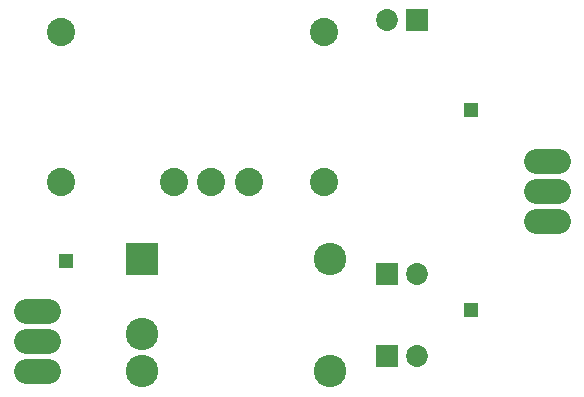
<source format=gbs>
G75*
%MOIN*%
%OFA0B0*%
%FSLAX24Y24*%
%IPPOS*%
%LPD*%
%AMOC8*
5,1,8,0,0,1.08239X$1,22.5*
%
%ADD10C,0.1080*%
%ADD11R,0.1080X0.1080*%
%ADD12C,0.0940*%
%ADD13C,0.0730*%
%ADD14R,0.0730X0.0730*%
%ADD15C,0.0820*%
%ADD16R,0.0476X0.0476*%
D10*
X004680Y001680D03*
X004680Y002930D03*
X010930Y001680D03*
X010930Y005430D03*
D11*
X004680Y005430D03*
D12*
X005727Y007979D03*
X006979Y007979D03*
X008231Y007979D03*
X010731Y007979D03*
X010731Y012979D03*
X001979Y012979D03*
X001979Y007979D03*
D13*
X012837Y013391D03*
X013837Y004930D03*
X013837Y002180D03*
D14*
X012837Y002180D03*
X012837Y004930D03*
X013837Y013391D03*
D15*
X001550Y001680D02*
X000810Y001680D01*
X000810Y002680D02*
X001550Y002680D01*
X001550Y003680D02*
X000810Y003680D01*
X017810Y006680D02*
X018550Y006680D01*
X018550Y007680D02*
X017810Y007680D01*
X017810Y008680D02*
X018550Y008680D01*
D16*
X015652Y010404D03*
X015652Y003711D03*
X002149Y005365D03*
M02*

</source>
